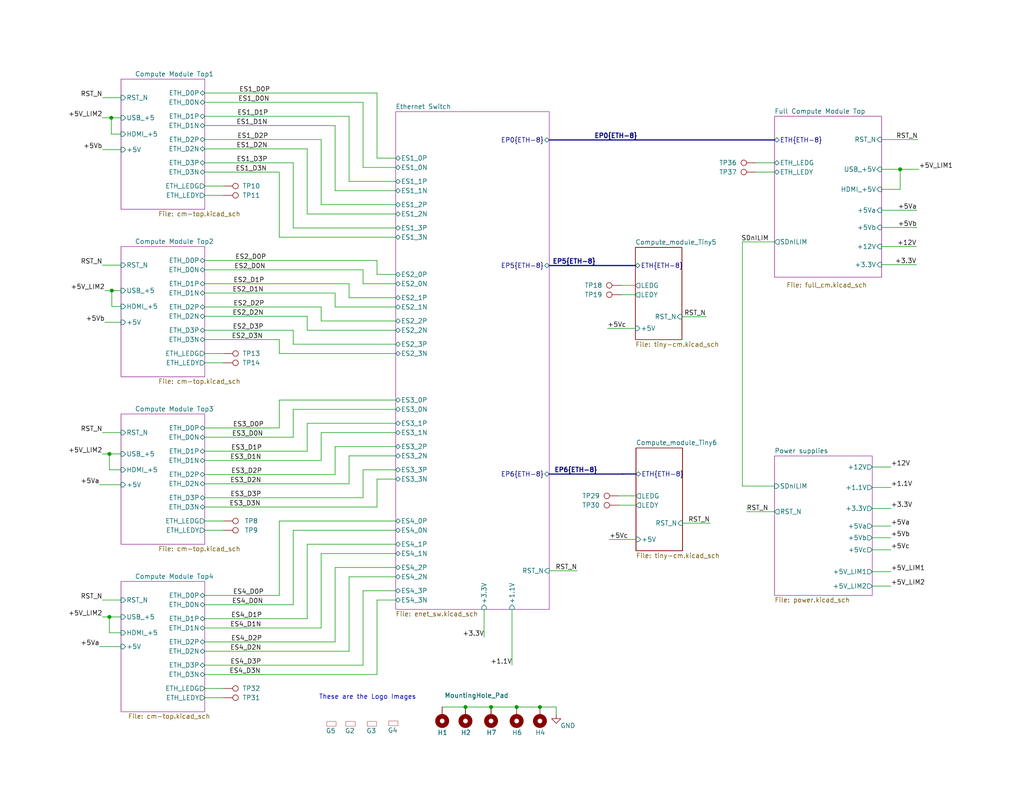
<source format=kicad_sch>
(kicad_sch (version 20230121) (generator eeschema)
  (paper "USLetter")
  (title_block (title "Penta-Pi") (date "2022-09-05") (rev "2.0") (comment 1 "fjc"))
  (lib_symbols
    (symbol "CM4IO:coxyz" (pin_numbers hide) (pin_names (offset 0) hide) (in_bom no)
      (property "Reference" "H" (at 0 0 0))
      (property "Value" "coxyz" (at 0 -1.27 0))
      (symbol "coxyz_0_1"
        (rectangle (start 1.27 -0.635) (end -1.27 0.635) (stroke (width 0.0005)))
      )
    )
    (symbol "Connector:TestPoint" (pin_numbers hide) (pin_names (offset 0.762) hide) (in_bom no)
      (property "Reference" "TP" (at 0 6.858 0))
      (property "Value" "TestPoint" (at 0 5.08 0))
      (symbol "TestPoint_0_1"
        (circle (center 0 3.302) (radius 0.762))
      )
      (symbol "TestPoint_1_1"
        (pin passive line (at 0 0 90) (length 2.54) (name "1") (number "1"))
      )
    )
    (symbol "Mechanical:MountingHole_Pad" (pin_numbers hide) (pin_names (offset 1.016) hide)
      (property "Reference" "H" (at 0 6.35 0))
      (property "Value" "MountingHole_Pad" (at 0 4.445 0))
      (symbol "MountingHole_Pad_0_1"
        (circle (center 0 1.27) (radius 1.27) (stroke (width 1.27)))
      )
      (symbol "MountingHole_Pad_1_1"
        (pin input line (at 0 -2.54 90) (length 2.54) (name "1") (number "1"))
      )
    )
    (symbol "TestPoint_1" (pin_numbers hide) (pin_names (offset 0.762) hide) (in_bom no)
      (property "Reference" "TP" (at 0 6.858 0))
      (property "Value" "TestPoint" (at 0 5.08 0))
      (symbol "TestPoint_1_0_1"
        (circle (center 0 3.302) (radius 0.762))
      )
      (symbol "TestPoint_1_1_1"
        (pin passive line (at 0 0 90) (length 2.54) (name "1") (number "1"))
      )
    )
    (symbol "TestPoint_2" (pin_numbers hide) (pin_names (offset 0.762) hide) (in_bom no)
      (property "Reference" "TP" (at 0 6.858 0))
      (property "Value" "TestPoint" (at 0 5.08 0))
      (symbol "TestPoint_2_0_1"
        (circle (center 0 3.302) (radius 0.762))
      )
      (symbol "TestPoint_2_1_1"
        (pin passive line (at 0 0 90) (length 2.54) (name "1") (number "1"))
      )
    )
    (symbol "TestPoint_3" (pin_numbers hide) (pin_names (offset 0.762) hide) (in_bom no)
      (property "Reference" "TP" (at 0 6.858 0))
      (property "Value" "TestPoint" (at 0 5.08 0))
      (symbol "TestPoint_3_0_1"
        (circle (center 0 3.302) (radius 0.762))
      )
      (symbol "TestPoint_3_1_1"
        (pin passive line (at 0 0 90) (length 2.54) (name "1") (number "1"))
      )
    )
    (symbol "TestPoint_4" (pin_numbers hide) (pin_names (offset 0.762) hide) (in_bom no)
      (property "Reference" "TP" (at 0 6.858 0))
      (property "Value" "TestPoint" (at 0 5.08 0))
      (symbol "TestPoint_4_0_1"
        (circle (center 0 3.302) (radius 0.762))
      )
      (symbol "TestPoint_4_1_1"
        (pin passive line (at 0 0 90) (length 2.54) (name "1") (number "1"))
      )
    )
    (symbol "TestPoint_5" (pin_numbers hide) (pin_names (offset 0.762) hide) (in_bom no)
      (property "Reference" "TP" (at 0 6.858 0))
      (property "Value" "TestPoint" (at 0 5.08 0))
      (symbol "TestPoint_5_0_1"
        (circle (center 0 3.302) (radius 0.762))
      )
      (symbol "TestPoint_5_1_1"
        (pin passive line (at 0 0 90) (length 2.54) (name "1") (number "1"))
      )
    )
    (symbol "TestPoint_6" (pin_numbers hide) (pin_names (offset 0.762) hide) (in_bom no)
      (property "Reference" "TP" (at 0 6.858 0))
      (property "Value" "TestPoint" (at 0 5.08 0))
      (symbol "TestPoint_6_0_1"
        (circle (center 0 3.302) (radius 0.762))
      )
      (symbol "TestPoint_6_1_1"
        (pin passive line (at 0 0 90) (length 2.54) (name "1") (number "1"))
      )
    )
    (symbol "TestPoint_7" (pin_numbers hide) (pin_names (offset 0.762) hide) (in_bom no)
      (property "Reference" "TP" (at 0 6.858 0))
      (property "Value" "TestPoint" (at 0 5.08 0))
      (symbol "TestPoint_7_0_1"
        (circle (center 0 3.302) (radius 0.762))
      )
      (symbol "TestPoint_7_1_1"
        (pin passive line (at 0 0 90) (length 2.54) (name "1") (number "1"))
      )
    )
    (symbol "TestPoint_8" (pin_numbers hide) (pin_names (offset 0.762) hide) (in_bom no)
      (property "Reference" "TP" (at 0 6.858 0))
      (property "Value" "TestPoint" (at 0 5.08 0))
      (symbol "TestPoint_8_0_1"
        (circle (center 0 3.302) (radius 0.762))
      )
      (symbol "TestPoint_8_1_1"
        (pin passive line (at 0 0 90) (length 2.54) (name "1") (number "1"))
      )
    )
    (symbol "TestPoint_9" (pin_numbers hide) (pin_names (offset 0.762) hide) (in_bom no)
      (property "Reference" "TP" (at 0 6.858 0))
      (property "Value" "TestPoint" (at 0 5.08 0))
      (symbol "TestPoint_9_0_1"
        (circle (center 0 3.302) (radius 0.762))
      )
      (symbol "TestPoint_9_1_1"
        (pin passive line (at 0 0 90) (length 2.54) (name "1") (number "1"))
      )
    )
    (symbol "power:GND" (power) (pin_names (offset 0))
      (property "Value" "GND" (at 0 -3.81 0))
      (symbol "GND_0_1"
        (polyline (pts (xy 0 0) (xy 0 -1.27) (xy 1.27 -1.27) (xy 0 -2.54) (xy -1.27 -1.27) (xy 0 -1.27)))
      )
      (symbol "GND_1_1"
        (pin power_in line (at 0 0 270) (length 0) hide (name "GND") (number "1"))
      )
    )
  )
  (junction (at 30.5054 79.3399) (diameter 0.9144))
  (junction (at 133.985 193.04) (diameter 0.9144))
  (junction (at 127 193.04) (diameter 0.9144))
  (junction (at 140.97 193.04) (diameter 0.9144))
  (junction (at 30.3622 32.1547))
  (junction (at 147.32 193.04))
  (junction (at 29.845 168.4367) (diameter 0.9144))
  (junction (at 245.618 46.228) (diameter 0.9144))
  (junction (at 29.845 123.9341) (diameter 0.9144))
  (wire (pts (xy 206.248 46.99) (xy 211.328 46.99)))
  (wire (pts (xy 55.88 44.45) (xy 80.01 44.45)))
  (wire (pts (xy 157.48 155.829) (xy 149.86 155.829)))
  (wire (pts (xy 55.88 135.89) (xy 99.06 135.89)))
  (wire (pts (xy 30.5054 79.3399) (xy 28.6004 79.3399)))
  (wire (pts (xy 80.01 111.76) (xy 80.01 119.38)))
  (wire (pts (xy 107.95 111.76) (xy 80.01 111.76)))
  (bus (pts (xy 169.8154 129.4088) (xy 173.5317 129.4088)))
  (wire (pts (xy 120.65 193.04) (xy 127 193.04)))
  (wire (pts (xy 55.88 116.84) (xy 76.2 116.84)))
  (wire (pts (xy 240.538 62.103) (xy 250.19 62.103)))
  (wire (pts (xy 55.88 171.45) (xy 87.63 171.45)))
  (wire (pts (xy 55.88 86.36) (xy 83.82 86.36)))
  (wire (pts (xy 55.88 83.82) (xy 87.63 83.82)))
  (wire (pts (xy 240.538 46.228) (xy 245.618 46.228)))
  (wire (pts (xy 91.44 52.07) (xy 91.44 34.29)))
  (wire (pts (xy 107.95 52.07) (xy 91.44 52.07)))
  (wire (pts (xy 29.845 128.265) (xy 29.845 123.9341)))
  (wire (pts (xy 55.88 177.8) (xy 95.25 177.8)))
  (bus (pts (xy 149.86 129.4278) (xy 169.8154 129.4278)))
  (wire (pts (xy 33.02 79.3399) (xy 30.5054 79.3399)))
  (wire (pts (xy 87.63 55.88) (xy 87.63 38.1)))
  (wire (pts (xy 107.95 55.88) (xy 87.63 55.88)))
  (wire (pts (xy 76.2 64.77) (xy 76.2 46.99)))
  (wire (pts (xy 107.95 64.77) (xy 76.2 64.77)))
  (wire (pts (xy 55.88 80.01) (xy 91.44 80.01)))
  (wire (pts (xy 83.82 90.17) (xy 83.82 86.36)))
  (wire (pts (xy 107.95 90.17) (xy 83.82 90.17)))
  (wire (pts (xy 91.44 121.92) (xy 91.44 129.54)))
  (wire (pts (xy 107.95 121.92) (xy 91.44 121.92)))
  (wire (pts (xy 87.63 87.63) (xy 87.63 83.82)))
  (wire (pts (xy 107.95 87.63) (xy 87.63 87.63)))
  (wire (pts (xy 33.02 176.5301) (xy 27.1728 176.5301)))
  (wire (pts (xy 186.055 86.4773) (xy 192.5997 86.4773)))
  (wire (pts (xy 186.2317 142.8318) (xy 193.7202 142.8318)))
  (wire (pts (xy 80.01 93.98) (xy 80.01 90.17)))
  (wire (pts (xy 107.95 93.98) (xy 80.01 93.98)))
  (wire (pts (xy 33.02 132.3379) (xy 27.1816 132.3379)))
  (wire (pts (xy 29.845 172.7525) (xy 29.845 168.4367)))
  (wire (pts (xy 33.02 172.7525) (xy 29.845 172.7525)))
  (wire (pts (xy 202.565 132.715) (xy 202.565 66.04)))
  (wire (pts (xy 211.328 132.715) (xy 202.565 132.715)))
  (wire (pts (xy 99.06 45.72) (xy 99.06 27.94)))
  (wire (pts (xy 107.95 45.72) (xy 99.06 45.72)))
  (wire (pts (xy 102.87 163.83) (xy 102.87 184.15)))
  (wire (pts (xy 107.95 163.83) (xy 102.87 163.83)))
  (wire (pts (xy 91.44 154.94) (xy 107.95 154.94)))
  (wire (pts (xy 91.44 175.26) (xy 91.44 154.94)))
  (wire (pts (xy 237.998 138.811) (xy 243.078 138.811)))
  (wire (pts (xy 55.88 184.15) (xy 102.87 184.15)))
  (wire (pts (xy 237.998 150.114) (xy 243.078 150.114)))
  (wire (pts (xy 27.94 32.1547) (xy 30.3622 32.1547)))
  (wire (pts (xy 169.5425 77.9174) (xy 173.355 77.9174)))
  (wire (pts (xy 33.02 83.6783) (xy 30.5054 83.6783)))
  (wire (pts (xy 80.01 62.23) (xy 80.01 44.45)))
  (wire (pts (xy 107.95 62.23) (xy 80.01 62.23)))
  (wire (pts (xy 240.538 72.263) (xy 250.063 72.263)))
  (wire (pts (xy 27.94 163.83) (xy 33.02 163.83)))
  (wire (pts (xy 27.94 72.39) (xy 33.02 72.39)))
  (wire (pts (xy 91.44 83.82) (xy 91.44 80.01)))
  (wire (pts (xy 107.95 83.82) (xy 91.44 83.82)))
  (wire (pts (xy 30.3622 36.6206) (xy 30.3622 32.1547)))
  (wire (pts (xy 80.01 144.78) (xy 80.01 165.1)))
  (wire (pts (xy 107.95 144.78) (xy 80.01 144.78)))
  (wire (pts (xy 60.96 144.78) (xy 55.88 144.78)))
  (wire (pts (xy 240.538 67.31) (xy 250.063 67.31)))
  (wire (pts (xy 60.96 53.34) (xy 55.88 53.34)))
  (wire (pts (xy 127 193.04) (xy 133.985 193.04)))
  (wire (pts (xy 133.985 193.04) (xy 140.97 193.04)))
  (wire (pts (xy 140.97 193.04) (xy 147.32 193.04)))
  (wire (pts (xy 147.32 193.04) (xy 151.765 193.04)))
  (wire (pts (xy 60.96 96.52) (xy 55.88 96.52)))
  (wire (pts (xy 60.96 142.24) (xy 55.88 142.24)))
  (wire (pts (xy 29.845 123.9341) (xy 27.94 123.9341)))
  (wire (pts (xy 95.25 157.48) (xy 95.25 177.8)))
  (wire (pts (xy 107.95 157.48) (xy 95.25 157.48)))
  (wire (pts (xy 95.25 81.28) (xy 95.25 77.47)))
  (wire (pts (xy 107.95 81.28) (xy 95.25 81.28)))
  (wire (pts (xy 99.06 161.29) (xy 99.06 181.61)))
  (wire (pts (xy 107.95 161.29) (xy 99.06 161.29)))
  (wire (pts (xy 55.88 34.29) (xy 91.44 34.29)))
  (wire (pts (xy 95.25 49.53) (xy 95.25 31.75)))
  (wire (pts (xy 107.95 49.53) (xy 95.25 49.53)))
  (wire (pts (xy 55.88 165.1) (xy 80.01 165.1)))
  (bus (pts (xy 149.86 72.4953) (xy 173.355 72.4953)))
  (wire (pts (xy 76.2 92.71) (xy 76.2 96.52)))
  (wire (pts (xy 107.95 96.52) (xy 76.2 96.52)))
  (wire (pts (xy 132.08 166.37) (xy 132.08 173.99)))
  (wire (pts (xy 237.998 133.096) (xy 243.078 133.096)))
  (wire (pts (xy 76.2 109.22) (xy 76.2 116.84)))
  (wire (pts (xy 107.95 109.22) (xy 76.2 109.22)))
  (wire (pts (xy 33.02 40.8633) (xy 27.94 40.8633)))
  (wire (pts (xy 55.88 71.12) (xy 102.87 71.12)))
  (wire (pts (xy 173.5317 137.9274) (xy 173.5317 137.9328)))
  (bus (pts (xy 169.8154 129.4088) (xy 169.8154 129.4278)))
  (wire (pts (xy 55.88 125.73) (xy 87.63 125.73)))
  (wire (pts (xy 60.96 50.8) (xy 55.88 50.8)))
  (wire (pts (xy 55.88 46.99) (xy 76.2 46.99)))
  (wire (pts (xy 55.88 73.66) (xy 99.06 73.66)))
  (wire (pts (xy 55.88 27.94) (xy 99.06 27.94)))
  (wire (pts (xy 240.538 51.6992) (xy 245.618 51.6992)))
  (wire (pts (xy 245.618 46.228) (xy 250.698 46.228)))
  (wire (pts (xy 245.618 51.6992) (xy 245.618 46.228)))
  (wire (pts (xy 33.02 87.9931) (xy 28.6004 87.9931)))
  (wire (pts (xy 237.998 160.02) (xy 243.078 160.02)))
  (wire (pts (xy 29.845 168.4367) (xy 27.94 168.4367)))
  (wire (pts (xy 33.02 168.4367) (xy 29.845 168.4367)))
  (wire (pts (xy 99.06 77.47) (xy 99.06 73.66)))
  (wire (pts (xy 107.95 77.47) (xy 99.06 77.47)))
  (wire (pts (xy 55.88 31.75) (xy 95.25 31.75)))
  (wire (pts (xy 55.88 175.26) (xy 91.44 175.26)))
  (wire (pts (xy 151.765 193.04) (xy 151.765 194.945)))
  (wire (pts (xy 173.355 80.4574) (xy 173.355 80.4863)))
  (wire (pts (xy 237.998 146.812) (xy 243.078 146.812)))
  (wire (pts (xy 206.248 44.45) (xy 211.328 44.45)))
  (wire (pts (xy 102.87 74.93) (xy 102.87 71.12)))
  (wire (pts (xy 107.95 74.93) (xy 102.87 74.93)))
  (wire (pts (xy 192.5997 86.4773) (xy 192.5997 86.4646)))
  (wire (pts (xy 193.7202 142.8318) (xy 193.7202 142.8568)))
  (wire (pts (xy 30.5054 83.6783) (xy 30.5054 79.3399)))
  (wire (pts (xy 33.02 32.1547) (xy 30.3622 32.1547)))
  (wire (pts (xy 83.82 115.57) (xy 83.82 123.19)))
  (wire (pts (xy 107.95 115.57) (xy 83.82 115.57)))
  (wire (pts (xy 55.88 90.17) (xy 80.01 90.17)))
  (wire (pts (xy 60.96 190.5) (xy 55.88 190.5)))
  (wire (pts (xy 173.5317 135.3874) (xy 173.5317 135.4202)))
  (wire (pts (xy 60.96 99.06) (xy 55.88 99.06)))
  (wire (pts (xy 240.538 38.1) (xy 250.444 38.1)))
  (wire (pts (xy 211.328 139.7) (xy 203.708 139.7)))
  (wire (pts (xy 33.02 123.9341) (xy 29.845 123.9341)))
  (wire (pts (xy 237.998 143.637) (xy 243.078 143.637)))
  (wire (pts (xy 87.63 151.13) (xy 87.63 171.45)))
  (wire (pts (xy 107.95 151.13) (xy 87.63 151.13)))
  (wire (pts (xy 55.88 25.4) (xy 102.87 25.4)))
  (wire (pts (xy 87.63 118.11) (xy 87.63 125.73)))
  (wire (pts (xy 107.95 118.11) (xy 87.63 118.11)))
  (wire (pts (xy 139.7 166.37) (xy 139.7 181.61)))
  (wire (pts (xy 166.2436 147.2768) (xy 173.5317 147.2768)))
  (wire (pts (xy 27.94 26.67) (xy 33.02 26.67)))
  (wire (pts (xy 99.06 128.27) (xy 99.06 135.89)))
  (wire (pts (xy 107.95 128.27) (xy 99.06 128.27)))
  (wire (pts (xy 55.88 168.91) (xy 83.82 168.91)))
  (wire (pts (xy 55.88 162.56) (xy 76.2 162.56)))
  (wire (pts (xy 173.355 77.9174) (xy 173.355 77.9535)))
  (wire (pts (xy 55.88 77.47) (xy 95.25 77.47)))
  (wire (pts (xy 102.87 130.81) (xy 102.87 138.43)))
  (wire (pts (xy 107.95 130.81) (xy 102.87 130.81)))
  (wire (pts (xy 76.2 142.24) (xy 107.95 142.24)))
  (wire (pts (xy 76.2 162.56) (xy 76.2 142.24)))
  (wire (pts (xy 55.88 132.08) (xy 95.25 132.08)))
  (wire (pts (xy 240.538 57.404) (xy 250.19 57.404)))
  (wire (pts (xy 168.8758 137.9274) (xy 173.5317 137.9274)))
  (wire (pts (xy 55.88 181.61) (xy 99.06 181.61)))
  (wire (pts (xy 33.02 36.6206) (xy 30.3622 36.6206)))
  (wire (pts (xy 55.88 129.54) (xy 91.44 129.54)))
  (bus (pts (xy 149.86 38.2119) (xy 211.328 38.2119)))
  (wire (pts (xy 83.82 148.59) (xy 107.95 148.59)))
  (wire (pts (xy 83.82 168.91) (xy 83.82 148.59)))
  (wire (pts (xy 83.82 58.42) (xy 83.82 40.64)))
  (wire (pts (xy 107.95 58.42) (xy 83.82 58.42)))
  (wire (pts (xy 102.87 43.18) (xy 102.87 25.4)))
  (wire (pts (xy 107.95 43.18) (xy 102.87 43.18)))
  (wire (pts (xy 237.998 127.508) (xy 243.078 127.508)))
  (wire (pts (xy 55.88 38.1) (xy 87.63 38.1)))
  (wire (pts (xy 27.94 118.11) (xy 33.02 118.11)))
  (wire (pts (xy 60.96 187.96) (xy 55.88 187.96)))
  (wire (pts (xy 55.88 119.38) (xy 80.01 119.38)))
  (wire (pts (xy 33.02 128.265) (xy 29.845 128.265)))
  (wire (pts (xy 165.735 89.6559) (xy 173.355 89.6559)))
  (wire (pts (xy 95.25 124.46) (xy 95.25 132.08)))
  (wire (pts (xy 107.95 124.46) (xy 95.25 124.46)))
  (wire (pts (xy 55.88 92.71) (xy 76.2 92.71)))
  (wire (pts (xy 55.88 138.43) (xy 102.87 138.43)))
  (wire (pts (xy 168.8758 135.3874) (xy 173.5317 135.3874)))
  (wire (pts (xy 169.5425 80.4574) (xy 173.355 80.4574)))
  (wire (pts (xy 237.998 156.083) (xy 243.078 156.083)))
  (wire (pts (xy 55.88 123.19) (xy 83.82 123.19)))
  (wire (pts (xy 202.565 66.04) (xy 211.328 66.04)))
  (wire (pts (xy 55.88 40.64) (xy 83.82 40.64)))
  (text "These are the Logo Images" (at 86.995 191.135 0) (effects (font (size 1.27 1.27)) (justify left bottom)))
  (label "+5Va" (at 27.1728 176.5301 180))
  (label "+3.3V" (at 250.063 72.263 180))
  (label "+5Va" (at 27.1816 132.3379 180))
  (label "ES1_D3N" (at 72.824 46.99 180))
  (label "ES3_D3P" (at 71.321 135.89 180))
  (label "ES1_D3P" (at 73.025 44.45 180))
  (label "+5Vb" (at 250.19 62.103 180))
  (label "+5Vb" (at 243.078 146.812 0))
  (label "ES3_D2P" (at 71.522 129.54 180))
  (label "+1.1V" (at 139.7 181.61 180))
  (label "RST_N" (at 27.94 163.83 180))
  (label "ES4_D1N" (at 71.321 171.45 180))
  (label "+5V_LIM2" (at 27.94 123.9341 180))
  (label "+5V_LIM1" (at 243.078 156.083 0))
  (label "+3.3V" (at 243.078 138.811 0))
  (label "RST_N" (at 203.708 139.7 0))
  (label "+5V_LIM2" (at 27.94 32.1547 180))
  (label "+1.1V" (at 243.078 133.096 0))
  (label "+5Va" (at 250.19 57.404 180))
  (label "ES1_D0N" (at 73.5218 27.94 180))
  (label "ES2_D1N" (at 71.956 80.01 180))
  (label "+5Va" (at 243.078 143.637 0))
  (label "ES4_D1P" (at 71.522 168.91 180))
  (label "ES2_D1P" (at 72.157 77.47 180))
  (label "+5Vc" (at 165.735 89.6559 0))
  (label "EP6{ETH-8}" (at 151.2023 129.4278 0) (effects (font bold)))
  (label "ES2_D0P" (at 72.6538 71.12 180))
  (label "+5V_LIM1" (at 250.698 46.228 0))
  (label "ES4_D3N" (at 71.12 184.15 180))
  (label "ES1_D1P" (at 73.226 31.75 180))
  (label "SDnILIM" (at 209.773 66.04 180))
  (label "ES2_D2N" (at 71.956 86.36 180))
  (label "+5Vc" (at 166.2436 147.2768 0))
  (label "ES3_D2N" (at 71.321 132.08 180))
  (label "RST_N" (at 250.444 38.1 180))
  (label "ES2_D0N" (at 72.4528 73.66 180))
  (label "ES3_D0P" (at 72.0188 116.84 180))
  (label "+5Vb" (at 28.6004 87.9931 180))
  (label "+5Vb" (at 27.94 40.8633 180))
  (label "ES1_D0P" (at 73.7228 25.4 180))
  (label "+5V_LIM2" (at 243.078 160.02 0))
  (label "+12V" (at 250.063 67.31 180))
  (label "ES4_D0N" (at 71.8178 165.1 180))
  (label "ES3_D0N" (at 71.8178 119.38 180))
  (label "EP5{ETH-8}" (at 150.7238 72.4953 0) (effects (font bold)))
  (label "RST_N" (at 192.5997 86.4646 180))
  (label "RST_N" (at 157.48 155.829 180))
  (label "ES2_D3P" (at 71.956 90.17 180))
  (label "+12V" (at 243.078 127.508 0))
  (label "ES4_D2N" (at 71.321 177.8 180))
  (label "ES1_D2N" (at 73.025 40.64 180))
  (label "ES3_D1P" (at 71.522 123.19 180))
  (label "ES4_D3P" (at 71.321 181.61 180))
  (label "RST_N" (at 27.94 72.39 180))
  (label "+5V_LIM2" (at 28.6004 79.3399 180))
  (label "+5Vc" (at 243.078 150.114 0))
  (label "ES1_D2P" (at 73.226 38.1 180))
  (label "ES1_D1N" (at 73.025 34.29 180))
  (label "RST_N" (at 27.94 118.11 180))
  (label "+3.3V" (at 132.08 173.99 180))
  (label "+5V_LIM2" (at 27.94 168.4367 180))
  (label "RST_N" (at 193.7202 142.8568 180))
  (label "RST_N" (at 27.94 26.67 180))
  (label "ES4_D2P" (at 71.522 175.26 180))
  (label "ES2_D3N" (at 71.755 92.71 180))
  (label "ES3_D1N" (at 71.321 125.73 180))
  (label "ES4_D0P" (at 72.0188 162.56 180))
  (label "EP0{ETH-8}" (at 162.1101 38.2119 0) (effects (font bold)))
  (label "ES3_D3N" (at 71.12 138.43 180))
  (label "ES2_D2P" (at 72.157 83.82 180))
  (symbol (lib_id "CM4IO:coxyz") (at 107.315 197.485 0) (unit 1) (in_bom no)
    (property "Reference" "G4" (at 105.8025 199.3899 0) (effects (justify left)))
    (property "Value" "coxyz" (effects hide))
    (property "Footprint" "CM4IO:coxyz" (effects hide))
    (property "LCSC Part Number" "DNP" (effects hide))
  )
  (symbol (lib_name "TestPoint_5") (lib_id "Connector:TestPoint") (at 60.96 50.8 270) (mirror x) (unit 1) (in_bom no)
    (property "Reference" "TP10" (at 68.58 50.8 90))
    (property "Value" "TestPoint" (effects hide))
    (property "Footprint" "TestPoint:TestPoint_Pad_D1.0mm" (effects hide))
    (property "LCSC Part Number" "DNP" (effects hide))
    (property "Manuf Partno" " " (effects hide))
  )
  (symbol (lib_name "TestPoint_1") (lib_id "Connector:TestPoint") (at 60.96 144.78 270) (mirror x) (unit 1) (in_bom no)
    (property "Reference" "TP9" (at 68.58 144.78 90))
    (property "Value" "TestPoint" (effects hide))
    (property "Footprint" "TestPoint:TestPoint_Pad_D1.0mm" (effects hide))
    (property "LCSC Part Number" "DNP" (effects hide))
    (property "Manuf Partno" " " (effects hide))
  )
  (symbol (lib_name "TestPoint_7") (lib_id "Connector:TestPoint") (at 206.248 44.45 90) (unit 1) (in_bom no)
    (property "Reference" "TP36" (at 198.628 44.45 90))
    (property "Value" "TestPoint" (effects hide))
    (property "Footprint" "TestPoint:TestPoint_Pad_D1.0mm" (effects hide))
    (property "LCSC Part Number" "DNP" (effects hide))
    (property "Manuf Partno" " " (effects hide))
  )
  (symbol (lib_id "CM4IO:coxyz") (at 95.631 197.612 0) (unit 1) (in_bom no)
    (property "Reference" "G2" (at 94.1185 199.5169 0) (effects (justify left)))
    (property "Value" "coxyz" (effects hide))
    (property "Footprint" "Symbol:KiCad-Logo2_6mm_SilkScreen" (effects hide))
    (property "LCSC Part Number" "DNP" (effects hide))
  )
  (symbol (lib_id "power:GND") (at 151.765 194.945 0) (unit 1)
    (property "Reference" "#PWR01" (effects hide))
    (property "Value" "GND" (at 154.94 198.12 0))
  )
  (symbol (lib_id "Mechanical:MountingHole_Pad") (at 120.65 195.58 180) (unit 1)
    (property "Reference" "H1" (at 119.38 200.025 0) (effects (justify right)))
    (property "Value" "MountingHole_Pad" (at 121.285 189.865 0) (effects (justify right)))
    (property "Footprint" "MountingHole:MountingHole_3.2mm_M3_Pad_TopBottom" (effects hide))
    (property "LCSC Part Number" "DNP" (effects hide))
  )
  (symbol (lib_id "Mechanical:MountingHole_Pad") (at 133.985 195.58 180) (unit 1)
    (property "Reference" "H7" (at 132.715 200.025 0) (effects (justify right)))
    (property "Value" "MountingHole_Pad" (effects hide))
    (property "Footprint" "MountingHole:MountingHole_3.2mm_M3_Pad_TopBottom" (effects hide))
    (property "LCSC Part Number" "DNP" (effects hide))
  )
  (symbol (lib_name "TestPoint_9") (lib_id "Connector:TestPoint") (at 60.96 190.5 270) (mirror x) (unit 1) (in_bom no)
    (property "Reference" "TP31" (at 68.58 190.5 90))
    (property "Value" "TestPoint" (effects hide))
    (property "Footprint" "TestPoint:TestPoint_Pad_D1.0mm" (effects hide))
    (property "LCSC Part Number" "DNP" (effects hide))
    (property "Manuf Partno" " " (effects hide))
  )
  (symbol (lib_id "Mechanical:MountingHole_Pad") (at 147.32 195.58 180) (unit 1)
    (property "Reference" "H4" (at 146.05 200.025 0) (effects (justify right)))
    (property "Value" "MountingHole_Pad" (effects hide))
    (property "Footprint" "MountingHole:MountingHole_3.2mm_M3_Pad_TopBottom" (effects hide))
    (property "LCSC Part Number" "DNP" (effects hide))
  )
  (symbol (lib_name "TestPoint_9") (lib_id "Connector:TestPoint") (at 169.5425 80.4574 90) (mirror x) (unit 1) (in_bom no)
    (property "Reference" "TP19" (at 161.9225 80.4574 90))
    (property "Value" "TestPoint" (effects hide))
    (property "Footprint" "TestPoint:TestPoint_Pad_D1.0mm" (effects hide))
    (property "LCSC Part Number" "DNP" (effects hide))
    (property "Manuf Partno" " " (effects hide))
  )
  (symbol (lib_name "TestPoint_3") (lib_id "Connector:TestPoint") (at 60.96 99.06 270) (mirror x) (unit 1) (in_bom no)
    (property "Reference" "TP14" (at 68.58 99.06 90))
    (property "Value" "TestPoint" (effects hide))
    (property "Footprint" "TestPoint:TestPoint_Pad_D1.0mm" (effects hide))
    (property "LCSC Part Number" "DNP" (effects hide))
    (property "Manuf Partno" " " (effects hide))
  )
  (symbol (lib_name "TestPoint_2") (lib_id "Connector:TestPoint") (at 60.96 142.24 270) (mirror x) (unit 1) (in_bom no)
    (property "Reference" "TP8" (at 68.58 142.24 90))
    (property "Value" "TestPoint" (effects hide))
    (property "Footprint" "TestPoint:TestPoint_Pad_D1.0mm" (effects hide))
    (property "LCSC Part Number" "DNP" (effects hide))
    (property "Manuf Partno" " " (effects hide))
  )
  (symbol (lib_id "CM4IO:coxyz") (at 101.473 197.612 0) (unit 1) (in_bom no)
    (property "Reference" "G3" (at 99.9605 199.5169 0) (effects (justify left)))
    (property "Value" "coxyz" (effects hide))
    (property "Footprint" "CM4IO:coxyz" (effects hide))
    (property "LCSC Part Number" "DNP" (effects hide))
  )
  (symbol (lib_id "Mechanical:MountingHole_Pad") (at 127 195.58 180) (unit 1)
    (property "Reference" "H2" (at 125.73 200.025 0) (effects (justify right)))
    (property "Value" "MountingHole_Pad" (effects hide))
    (property "Footprint" "MountingHole:MountingHole_3.2mm_M3_Pad_TopBottom" (effects hide))
    (property "LCSC Part Number" "DNP" (effects hide))
  )
  (symbol (lib_id "Connector:TestPoint") (at 60.96 187.96 270) (mirror x) (unit 1) (in_bom no)
    (property "Reference" "TP32" (at 68.58 187.96 90))
    (property "Value" "TestPoint" (effects hide))
    (property "Footprint" "TestPoint:TestPoint_Pad_D1.0mm" (effects hide))
    (property "LCSC Part Number" "DNP" (effects hide))
    (property "Manuf Partno" " " (effects hide))
  )
  (symbol (lib_name "TestPoint_6") (lib_id "Connector:TestPoint") (at 60.96 53.34 270) (mirror x) (unit 1) (in_bom no)
    (property "Reference" "TP11" (at 68.58 53.34 90))
    (property "Value" "TestPoint" (effects hide))
    (property "Footprint" "TestPoint:TestPoint_Pad_D1.0mm" (effects hide))
    (property "LCSC Part Number" "DNP" (effects hide))
    (property "Manuf Partno" " " (effects hide))
  )
  (symbol (lib_name "TestPoint_9") (lib_id "Connector:TestPoint") (at 169.5425 77.9174 90) (mirror x) (unit 1) (in_bom no)
    (property "Reference" "TP18" (at 161.9225 77.9174 90))
    (property "Value" "TestPoint" (effects hide))
    (property "Footprint" "TestPoint:TestPoint_Pad_D1.0mm" (effects hide))
    (property "LCSC Part Number" "DNP" (effects hide))
    (property "Manuf Partno" " " (effects hide))
  )
  (symbol (lib_name "TestPoint_4") (lib_id "Connector:TestPoint") (at 60.96 96.52 270) (mirror x) (unit 1) (in_bom no)
    (property "Reference" "TP13" (at 68.58 96.52 90))
    (property "Value" "TestPoint" (effects hide))
    (property "Footprint" "TestPoint:TestPoint_Pad_D1.0mm" (effects hide))
    (property "LCSC Part Number" "DNP" (effects hide))
    (property "Manuf Partno" " " (effects hide))
  )
  (symbol (lib_name "TestPoint_9") (lib_id "Connector:TestPoint") (at 168.8758 135.3874 90) (mirror x) (unit 1) (in_bom no)
    (property "Reference" "TP29" (at 161.2558 135.3874 90))
    (property "Value" "TestPoint" (effects hide))
    (property "Footprint" "TestPoint:TestPoint_Pad_D1.0mm" (effects hide))
    (property "LCSC Part Number" "DNP" (effects hide))
    (property "Manuf Partno" " " (effects hide))
  )
  (symbol (lib_id "Mechanical:MountingHole_Pad") (at 140.97 195.58 180) (unit 1)
    (property "Reference" "H6" (at 139.7 200.025 0) (effects (justify right)))
    (property "Value" "MountingHole_Pad" (effects hide))
    (property "Footprint" "MountingHole:MountingHole_3.2mm_M3_Pad_TopBottom" (effects hide))
    (property "LCSC Part Number" "DNP" (effects hide))
  )
  (symbol (lib_id "CM4IO:coxyz") (at 90.424 197.612 0) (unit 1) (in_bom no)
    (property "Reference" "G5" (at 88.9115 199.5169 0) (effects (justify left)))
    (property "Value" "coxyz" (effects hide))
    (property "Footprint" "Symbol:KiCad-Logo2_6mm_SilkScreen" (effects hide))
    (property "LCSC Part Number" "DNP" (effects hide))
  )
  (symbol (lib_name "TestPoint_9") (lib_id "Connector:TestPoint") (at 168.8758 137.9274 90) (mirror x) (unit 1) (in_bom no)
    (property "Reference" "TP30" (at 161.2558 137.9274 90))
    (property "Value" "TestPoint" (effects hide))
    (property "Footprint" "TestPoint:TestPoint_Pad_D1.0mm" (effects hide))
    (property "LCSC Part Number" "DNP" (effects hide))
    (property "Manuf Partno" " " (effects hide))
  )
  (symbol (lib_name "TestPoint_8") (lib_id "Connector:TestPoint") (at 206.248 46.99 90) (unit 1) (in_bom no)
    (property "Reference" "TP37" (at 198.628 46.99 90))
    (property "Value" "TestPoint" (effects hide))
    (property "Footprint" "TestPoint:TestPoint_Pad_D1.0mm" (effects hide))
    (property "LCSC Part Number" "DNP" (effects hide))
    (property "Manuf Partno" " " (effects hide))
  )
  (sheet (at 173.5317 122.3087) (size 12.7 28.067) (stroke (width 0.1524))
    (property "Sheetname" "Compute_module_Tiny6" (at 173.5317 121.5971 0) (effects (justify left bottom)))
    (property "Sheetfile" "tiny-cm.kicad_sch" (at 173.5317 150.9603 0) (effects (justify left top)))
    (pin "ETH{ETH-8}" bidirectional (at 173.5317 129.4088 180))
    (pin "+5V" input (at 173.5317 147.2768 180))
    (pin "RST_N" input (at 186.2317 142.8318 0))
    (pin "LEDG" output (at 173.5317 135.4202 180))
    (pin "LEDY" output (at 173.5317 137.9328 180))
  )
  (sheet (at 107.95 30.48) (size 41.91 135.89) (stroke (width 0.001) (color 132 0 132 1)) (fill (color 255 255 255 0.0000))
    (property "Sheetname" "Ethernet Switch" (at 107.95 29.8441 0) (effects (justify left bottom)))
    (property "Sheetfile" "enet_sw.kicad_sch" (at 107.95 166.8789 0) (effects (justify left top)))
    (pin "+3.3V" input (at 132.08 166.37 270))
    (pin "RST_N" input (at 149.86 155.829 0))
    (pin "+1.1V" input (at 139.7 166.37 270))
    (pin "ES3_0P" bidirectional (at 107.95 109.22 180))
    (pin "ES3_0N" bidirectional (at 107.95 111.76 180))
    (pin "ES3_1P" bidirectional (at 107.95 115.57 180))
    (pin "ES3_1N" bidirectional (at 107.95 118.11 180))
    (pin "ES3_2P" bidirectional (at 107.95 121.92 180))
    (pin "ES3_2N" bidirectional (at 107.95 124.46 180))
    (pin "ES3_3P" bidirectional (at 107.95 128.27 180))
    (pin "ES3_3N" bidirectional (at 107.95 130.81 180))
    (pin "ES1_0P" bidirectional (at 107.95 43.18 180))
    (pin "ES1_0N" bidirectional (at 107.95 45.72 180))
    (pin "ES1_1P" bidirectional (at 107.95 49.53 180))
    (pin "ES1_1N" bidirectional (at 107.95 52.07 180))
    (pin "ES1_2P" bidirectional (at 107.95 55.88 180))
    (pin "ES1_2N" bidirectional (at 107.95 58.42 180))
    (pin "ES1_3P" bidirectional (at 107.95 62.23 180))
    (pin "ES1_3N" bidirectional (at 107.95 64.77 180))
    (pin "ES2_0P" bidirectional (at 107.95 74.93 180))
    (pin "ES2_0N" bidirectional (at 107.95 77.47 180))
    (pin "ES2_1P" bidirectional (at 107.95 81.28 180))
    (pin "ES2_1N" bidirectional (at 107.95 83.82 180))
    (pin "ES2_2P" bidirectional (at 107.95 87.63 180))
    (pin "ES2_2N" bidirectional (at 107.95 90.17 180))
    (pin "ES2_3P" bidirectional (at 107.95 93.98 180))
    (pin "ES2_3N" bidirectional (at 107.95 96.52 180))
    (pin "ES4_2N" bidirectional (at 107.95 157.48 180))
    (pin "ES4_3P" bidirectional (at 107.95 161.29 180))
    (pin "ES4_3N" bidirectional (at 107.95 163.83 180))
    (pin "ES4_0P" bidirectional (at 107.95 142.24 180))
    (pin "ES4_0N" bidirectional (at 107.95 144.78 180))
    (pin "ES4_1P" bidirectional (at 107.95 148.59 180))
    (pin "ES4_1N" bidirectional (at 107.95 151.13 180))
    (pin "ES4_2P" bidirectional (at 107.95 154.94 180))
    (pin "EP5{ETH-8}" bidirectional (at 149.86 72.4953 0))
    (pin "EP6{ETH-8}" bidirectional (at 149.86 129.4278 0))
    (pin "EP0{ETH-8}" bidirectional (at 149.86 38.2119 0))
  )
  (sheet (at 33.02 158.75) (size 22.86 35.56) (stroke (width 0.001) (color 132 0 132 1)) (fill (color 255 255 255 0.0000))
    (property "Sheetname" "Compute Module Top4" (at 36.83 158.1141 0) (effects (justify left bottom)))
    (property "Sheetfile" "cm-top.kicad_sch" (at 34.925 194.8189 0) (effects (justify left top)))
    (pin "HDMI_+5" input (at 33.02 172.7525 180))
    (pin "ETH_D3N" bidirectional (at 55.88 184.15 0))
    (pin "ETH_LEDG" output (at 55.88 187.96 0))
    (pin "ETH_D0P" bidirectional (at 55.88 162.56 0))
    (pin "ETH_D0N" bidirectional (at 55.88 165.1 0))
    (pin "ETH_D1P" bidirectional (at 55.88 168.91 0))
    (pin "ETH_D1N" bidirectional (at 55.88 171.45 0))
    (pin "ETH_D2P" bidirectional (at 55.88 175.26 0))
    (pin "ETH_D2N" bidirectional (at 55.88 177.8 0))
    (pin "ETH_D3P" bidirectional (at 55.88 181.61 0))
    (pin "+5V" input (at 33.02 176.5301 180))
    (pin "ETH_LEDY" output (at 55.88 190.5 0))
    (pin "USB_+5" input (at 33.02 168.4367 180))
    (pin "RST_N" input (at 33.02 163.83 180))
  )
  (sheet (at 33.02 113.03) (size 22.86 35.56) (stroke (width 0.001) (color 132 0 132 1)) (fill (color 255 255 255 0.0000))
    (property "Sheetname" "Compute Module Top3" (at 36.83 112.3941 0) (effects (justify left bottom)))
    (property "Sheetfile" "cm-top.kicad_sch" (at 43.18 149.0989 0) (effects (justify left top)))
    (pin "HDMI_+5" input (at 33.02 128.265 180))
    (pin "ETH_D3N" bidirectional (at 55.88 138.43 0))
    (pin "ETH_LEDG" output (at 55.88 142.24 0))
    (pin "ETH_D0P" bidirectional (at 55.88 116.84 0))
    (pin "ETH_D0N" bidirectional (at 55.88 119.38 0))
    (pin "ETH_D1P" bidirectional (at 55.88 123.19 0))
    (pin "ETH_D1N" bidirectional (at 55.88 125.73 0))
    (pin "ETH_D2P" bidirectional (at 55.88 129.54 0))
    (pin "ETH_D2N" bidirectional (at 55.88 132.08 0))
    (pin "ETH_D3P" bidirectional (at 55.88 135.89 0))
    (pin "+5V" input (at 33.02 132.3379 180))
    (pin "ETH_LEDY" output (at 55.88 144.78 0))
    (pin "USB_+5" input (at 33.02 123.9341 180))
    (pin "RST_N" input (at 33.02 118.11 180))
  )
  (sheet (at 33.02 67.31) (size 22.86 35.56) (stroke (width 0.001) (color 132 0 132 1)) (fill (color 255 255 255 0.0000))
    (property "Sheetname" "Compute Module Top2" (at 36.83 66.6741 0) (effects (justify left bottom)))
    (property "Sheetfile" "cm-top.kicad_sch" (at 43.18 103.3789 0) (effects (justify left top)))
    (pin "HDMI_+5" input (at 33.02 83.6783 180))
    (pin "ETH_D3N" bidirectional (at 55.88 92.71 0))
    (pin "ETH_LEDG" output (at 55.88 96.52 0))
    (pin "ETH_D0P" bidirectional (at 55.88 71.12 0))
    (pin "ETH_D0N" bidirectional (at 55.88 73.66 0))
    (pin "ETH_D1P" bidirectional (at 55.88 77.47 0))
    (pin "ETH_D1N" bidirectional (at 55.88 80.01 0))
    (pin "ETH_D2P" bidirectional (at 55.88 83.82 0))
    (pin "ETH_D2N" bidirectional (at 55.88 86.36 0))
    (pin "ETH_D3P" bidirectional (at 55.88 90.17 0))
    (pin "+5V" input (at 33.02 87.9931 180))
    (pin "ETH_LEDY" output (at 55.88 99.06 0))
    (pin "USB_+5" input (at 33.02 79.3399 180))
    (pin "RST_N" input (at 33.02 72.39 180))
  )
  (sheet (at 173.355 67.564) (size 12.7 25.146) (stroke (width 0.1524))
    (property "Sheetname" "Compute_module_Tiny5" (at 173.355 66.8524 0) (effects (justify left bottom)))
    (property "Sheetfile" "tiny-cm.kicad_sch" (at 173.355 93.2946 0) (effects (justify left top)))
    (pin "ETH{ETH-8}" bidirectional (at 173.355 72.4953 180))
    (pin "+5V" input (at 173.355 89.6559 180))
    (pin "RST_N" input (at 186.055 86.4773 0))
    (pin "LEDG" output (at 173.355 77.9535 180))
    (pin "LEDY" output (at 173.355 80.4863 180))
  )
  (sheet (at 211.328 124.46) (size 26.67 38.1) (stroke (width 0.001) (color 132 0 132 1)) (fill (color 255 255 255 0.0000))
    (property "Sheetname" "Power supplies" (at 211.328 123.8241 0) (effects (justify left bottom)))
    (property "Sheetfile" "power.kicad_sch" (at 211.328 163.0689 0) (effects (justify left top)))
    (pin "+12V" output (at 237.998 127.508 0))
    (pin "+5Va" output (at 237.998 143.637 0))
    (pin "+5V_LIM1" output (at 237.998 156.083 0))
    (pin "+5V_LIM2" output (at 237.998 160.02 0))
    (pin "+3.3V" output (at 237.998 138.811 0))
    (pin "+1.1V" output (at 237.998 133.096 0))
    (pin "RST_N" output (at 211.328 139.7 180))
    (pin "SDnILIM" input (at 211.328 132.715 180))
    (pin "+5Vb" output (at 237.998 146.812 0))
    (pin "+5Vc" output (at 237.998 150.114 0))
  )
  (sheet (at 33.02 21.59) (size 22.86 35.56) (stroke (width 0.001) (color 132 0 132 1)) (fill (color 255 255 255 0.0000))
    (property "Sheetname" "Compute Module Top1" (at 36.83 20.9541 0) (effects (justify left bottom)))
    (property "Sheetfile" "cm-top.kicad_sch" (at 43.18 57.6589 0) (effects (justify left top)))
    (pin "HDMI_+5" input (at 33.02 36.6206 180))
    (pin "ETH_D3N" bidirectional (at 55.88 46.99 0))
    (pin "ETH_LEDG" output (at 55.88 50.8 0))
    (pin "ETH_D0P" bidirectional (at 55.88 25.4 0))
    (pin "ETH_D0N" bidirectional (at 55.88 27.94 0))
    (pin "ETH_D1P" bidirectional (at 55.88 31.75 0))
    (pin "ETH_D1N" bidirectional (at 55.88 34.29 0))
    (pin "ETH_D2P" bidirectional (at 55.88 38.1 0))
    (pin "ETH_D2N" bidirectional (at 55.88 40.64 0))
    (pin "ETH_D3P" bidirectional (at 55.88 44.45 0))
    (pin "+5V" input (at 33.02 40.8633 180))
    (pin "ETH_LEDY" output (at 55.88 53.34 0))
    (pin "USB_+5" input (at 33.02 32.1547 180))
    (pin "RST_N" input (at 33.02 26.67 180))
  )
  (sheet (at 211.328 31.75) (size 29.21 43.942) (stroke (width 0.001) (color 132 0 132 1)) (fill (color 255 255 255 0.0000))
    (property "Sheetname" "Full Compute Module Top" (at 211.328 31.1141 0) (effects (justify left bottom)))
    (property "Sheetfile" "full_cm.kicad_sch" (at 214.5559 77.0806 0) (effects (justify left top)))
    (pin "USB_+5V" input (at 240.538 46.228 0))
    (pin "HDMI_+5V" input (at 240.538 51.6992 0))
    (pin "+12V" input (at 240.538 67.31 0))
    (pin "ETH_LEDY" bidirectional (at 211.328 46.99 180))
    (pin "ETH_LEDG" bidirectional (at 211.328 44.45 180))
    (pin "RST_N" input (at 240.538 38.1 0))
    (pin "+3.3V" input (at 240.538 72.263 0))
    (pin "SDnILIM" output (at 211.328 66.04 180))
    (pin "+5Vb" input (at 240.538 62.103 0))
    (pin "+5Va" input (at 240.538 57.404 0))
    (pin "ETH{ETH-8}" bidirectional (at 211.328 38.2119 180))
  )
)
</source>
